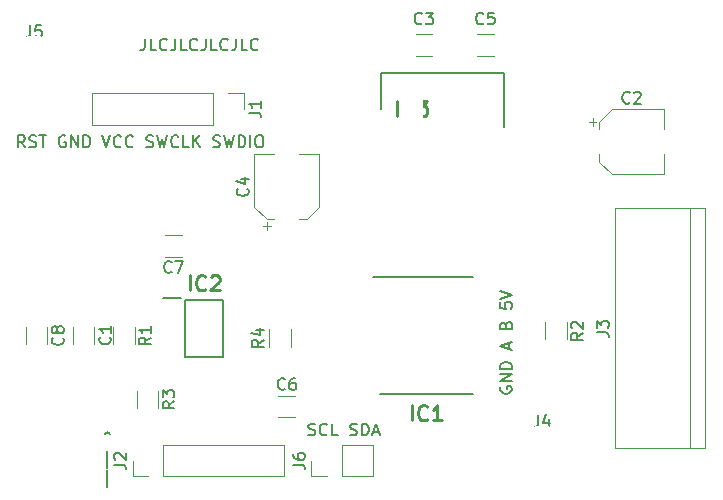
<source format=gto>
%TF.GenerationSoftware,KiCad,Pcbnew,(5.1.12)-1*%
%TF.CreationDate,2022-08-06T16:25:20+02:00*%
%TF.ProjectId,Konwerter,4b6f6e77-6572-4746-9572-2e6b69636164,rev?*%
%TF.SameCoordinates,Original*%
%TF.FileFunction,Legend,Top*%
%TF.FilePolarity,Positive*%
%FSLAX46Y46*%
G04 Gerber Fmt 4.6, Leading zero omitted, Abs format (unit mm)*
G04 Created by KiCad (PCBNEW (5.1.12)-1) date 2022-08-06 16:25:20*
%MOMM*%
%LPD*%
G01*
G04 APERTURE LIST*
%ADD10C,0.150000*%
%ADD11C,0.120000*%
%ADD12C,0.200000*%
%ADD13C,0.254000*%
%ADD14O,1.700000X1.700000*%
%ADD15R,1.700000X1.700000*%
%ADD16C,4.000000*%
%ADD17C,3.000000*%
%ADD18R,3.000000X3.000000*%
%ADD19C,1.980000*%
%ADD20R,1.980000X1.980000*%
%ADD21R,1.525000X0.650000*%
%ADD22C,1.160000*%
%ADD23R,1.160000X1.160000*%
G04 APERTURE END LIST*
D10*
X104380952Y-75252380D02*
X104380952Y-75966666D01*
X104333333Y-76109523D01*
X104238095Y-76204761D01*
X104095238Y-76252380D01*
X104000000Y-76252380D01*
X105333333Y-76252380D02*
X104857142Y-76252380D01*
X104857142Y-75252380D01*
X106238095Y-76157142D02*
X106190476Y-76204761D01*
X106047619Y-76252380D01*
X105952380Y-76252380D01*
X105809523Y-76204761D01*
X105714285Y-76109523D01*
X105666666Y-76014285D01*
X105619047Y-75823809D01*
X105619047Y-75680952D01*
X105666666Y-75490476D01*
X105714285Y-75395238D01*
X105809523Y-75300000D01*
X105952380Y-75252380D01*
X106047619Y-75252380D01*
X106190476Y-75300000D01*
X106238095Y-75347619D01*
X106952380Y-75252380D02*
X106952380Y-75966666D01*
X106904761Y-76109523D01*
X106809523Y-76204761D01*
X106666666Y-76252380D01*
X106571428Y-76252380D01*
X107904761Y-76252380D02*
X107428571Y-76252380D01*
X107428571Y-75252380D01*
X108809523Y-76157142D02*
X108761904Y-76204761D01*
X108619047Y-76252380D01*
X108523809Y-76252380D01*
X108380952Y-76204761D01*
X108285714Y-76109523D01*
X108238095Y-76014285D01*
X108190476Y-75823809D01*
X108190476Y-75680952D01*
X108238095Y-75490476D01*
X108285714Y-75395238D01*
X108380952Y-75300000D01*
X108523809Y-75252380D01*
X108619047Y-75252380D01*
X108761904Y-75300000D01*
X108809523Y-75347619D01*
X109523809Y-75252380D02*
X109523809Y-75966666D01*
X109476190Y-76109523D01*
X109380952Y-76204761D01*
X109238095Y-76252380D01*
X109142857Y-76252380D01*
X110476190Y-76252380D02*
X110000000Y-76252380D01*
X110000000Y-75252380D01*
X111380952Y-76157142D02*
X111333333Y-76204761D01*
X111190476Y-76252380D01*
X111095238Y-76252380D01*
X110952380Y-76204761D01*
X110857142Y-76109523D01*
X110809523Y-76014285D01*
X110761904Y-75823809D01*
X110761904Y-75680952D01*
X110809523Y-75490476D01*
X110857142Y-75395238D01*
X110952380Y-75300000D01*
X111095238Y-75252380D01*
X111190476Y-75252380D01*
X111333333Y-75300000D01*
X111380952Y-75347619D01*
X112095238Y-75252380D02*
X112095238Y-75966666D01*
X112047619Y-76109523D01*
X111952380Y-76204761D01*
X111809523Y-76252380D01*
X111714285Y-76252380D01*
X113047619Y-76252380D02*
X112571428Y-76252380D01*
X112571428Y-75252380D01*
X113952380Y-76157142D02*
X113904761Y-76204761D01*
X113761904Y-76252380D01*
X113666666Y-76252380D01*
X113523809Y-76204761D01*
X113428571Y-76109523D01*
X113380952Y-76014285D01*
X113333333Y-75823809D01*
X113333333Y-75680952D01*
X113380952Y-75490476D01*
X113428571Y-75395238D01*
X113523809Y-75300000D01*
X113666666Y-75252380D01*
X113761904Y-75252380D01*
X113904761Y-75300000D01*
X113952380Y-75347619D01*
X101009523Y-108697619D02*
X101200000Y-108554761D01*
X101390476Y-108697619D01*
X101200000Y-111585714D02*
X101200000Y-110157142D01*
X101200000Y-113235714D02*
X101200000Y-111807142D01*
X118223809Y-108804761D02*
X118366666Y-108852380D01*
X118604761Y-108852380D01*
X118700000Y-108804761D01*
X118747619Y-108757142D01*
X118795238Y-108661904D01*
X118795238Y-108566666D01*
X118747619Y-108471428D01*
X118700000Y-108423809D01*
X118604761Y-108376190D01*
X118414285Y-108328571D01*
X118319047Y-108280952D01*
X118271428Y-108233333D01*
X118223809Y-108138095D01*
X118223809Y-108042857D01*
X118271428Y-107947619D01*
X118319047Y-107900000D01*
X118414285Y-107852380D01*
X118652380Y-107852380D01*
X118795238Y-107900000D01*
X119795238Y-108757142D02*
X119747619Y-108804761D01*
X119604761Y-108852380D01*
X119509523Y-108852380D01*
X119366666Y-108804761D01*
X119271428Y-108709523D01*
X119223809Y-108614285D01*
X119176190Y-108423809D01*
X119176190Y-108280952D01*
X119223809Y-108090476D01*
X119271428Y-107995238D01*
X119366666Y-107900000D01*
X119509523Y-107852380D01*
X119604761Y-107852380D01*
X119747619Y-107900000D01*
X119795238Y-107947619D01*
X120700000Y-108852380D02*
X120223809Y-108852380D01*
X120223809Y-107852380D01*
X121747619Y-108804761D02*
X121890476Y-108852380D01*
X122128571Y-108852380D01*
X122223809Y-108804761D01*
X122271428Y-108757142D01*
X122319047Y-108661904D01*
X122319047Y-108566666D01*
X122271428Y-108471428D01*
X122223809Y-108423809D01*
X122128571Y-108376190D01*
X121938095Y-108328571D01*
X121842857Y-108280952D01*
X121795238Y-108233333D01*
X121747619Y-108138095D01*
X121747619Y-108042857D01*
X121795238Y-107947619D01*
X121842857Y-107900000D01*
X121938095Y-107852380D01*
X122176190Y-107852380D01*
X122319047Y-107900000D01*
X122747619Y-108852380D02*
X122747619Y-107852380D01*
X122985714Y-107852380D01*
X123128571Y-107900000D01*
X123223809Y-107995238D01*
X123271428Y-108090476D01*
X123319047Y-108280952D01*
X123319047Y-108423809D01*
X123271428Y-108614285D01*
X123223809Y-108709523D01*
X123128571Y-108804761D01*
X122985714Y-108852380D01*
X122747619Y-108852380D01*
X123700000Y-108566666D02*
X124176190Y-108566666D01*
X123604761Y-108852380D02*
X123938095Y-107852380D01*
X124271428Y-108852380D01*
X134500000Y-104738095D02*
X134452380Y-104833333D01*
X134452380Y-104976190D01*
X134500000Y-105119047D01*
X134595238Y-105214285D01*
X134690476Y-105261904D01*
X134880952Y-105309523D01*
X135023809Y-105309523D01*
X135214285Y-105261904D01*
X135309523Y-105214285D01*
X135404761Y-105119047D01*
X135452380Y-104976190D01*
X135452380Y-104880952D01*
X135404761Y-104738095D01*
X135357142Y-104690476D01*
X135023809Y-104690476D01*
X135023809Y-104880952D01*
X135452380Y-104261904D02*
X134452380Y-104261904D01*
X135452380Y-103690476D01*
X134452380Y-103690476D01*
X135452380Y-103214285D02*
X134452380Y-103214285D01*
X134452380Y-102976190D01*
X134500000Y-102833333D01*
X134595238Y-102738095D01*
X134690476Y-102690476D01*
X134880952Y-102642857D01*
X135023809Y-102642857D01*
X135214285Y-102690476D01*
X135309523Y-102738095D01*
X135404761Y-102833333D01*
X135452380Y-102976190D01*
X135452380Y-103214285D01*
X135166666Y-101500000D02*
X135166666Y-101023809D01*
X135452380Y-101595238D02*
X134452380Y-101261904D01*
X135452380Y-100928571D01*
X134928571Y-99500000D02*
X134976190Y-99357142D01*
X135023809Y-99309523D01*
X135119047Y-99261904D01*
X135261904Y-99261904D01*
X135357142Y-99309523D01*
X135404761Y-99357142D01*
X135452380Y-99452380D01*
X135452380Y-99833333D01*
X134452380Y-99833333D01*
X134452380Y-99500000D01*
X134500000Y-99404761D01*
X134547619Y-99357142D01*
X134642857Y-99309523D01*
X134738095Y-99309523D01*
X134833333Y-99357142D01*
X134880952Y-99404761D01*
X134928571Y-99500000D01*
X134928571Y-99833333D01*
X134452380Y-97595238D02*
X134452380Y-98071428D01*
X134928571Y-98119047D01*
X134880952Y-98071428D01*
X134833333Y-97976190D01*
X134833333Y-97738095D01*
X134880952Y-97642857D01*
X134928571Y-97595238D01*
X135023809Y-97547619D01*
X135261904Y-97547619D01*
X135357142Y-97595238D01*
X135404761Y-97642857D01*
X135452380Y-97738095D01*
X135452380Y-97976190D01*
X135404761Y-98071428D01*
X135357142Y-98119047D01*
X134452380Y-97261904D02*
X135452380Y-96928571D01*
X134452380Y-96595238D01*
X94214285Y-84452380D02*
X93880952Y-83976190D01*
X93642857Y-84452380D02*
X93642857Y-83452380D01*
X94023809Y-83452380D01*
X94119047Y-83500000D01*
X94166666Y-83547619D01*
X94214285Y-83642857D01*
X94214285Y-83785714D01*
X94166666Y-83880952D01*
X94119047Y-83928571D01*
X94023809Y-83976190D01*
X93642857Y-83976190D01*
X94595238Y-84404761D02*
X94738095Y-84452380D01*
X94976190Y-84452380D01*
X95071428Y-84404761D01*
X95119047Y-84357142D01*
X95166666Y-84261904D01*
X95166666Y-84166666D01*
X95119047Y-84071428D01*
X95071428Y-84023809D01*
X94976190Y-83976190D01*
X94785714Y-83928571D01*
X94690476Y-83880952D01*
X94642857Y-83833333D01*
X94595238Y-83738095D01*
X94595238Y-83642857D01*
X94642857Y-83547619D01*
X94690476Y-83500000D01*
X94785714Y-83452380D01*
X95023809Y-83452380D01*
X95166666Y-83500000D01*
X95452380Y-83452380D02*
X96023809Y-83452380D01*
X95738095Y-84452380D02*
X95738095Y-83452380D01*
X97642857Y-83500000D02*
X97547619Y-83452380D01*
X97404761Y-83452380D01*
X97261904Y-83500000D01*
X97166666Y-83595238D01*
X97119047Y-83690476D01*
X97071428Y-83880952D01*
X97071428Y-84023809D01*
X97119047Y-84214285D01*
X97166666Y-84309523D01*
X97261904Y-84404761D01*
X97404761Y-84452380D01*
X97500000Y-84452380D01*
X97642857Y-84404761D01*
X97690476Y-84357142D01*
X97690476Y-84023809D01*
X97500000Y-84023809D01*
X98119047Y-84452380D02*
X98119047Y-83452380D01*
X98690476Y-84452380D01*
X98690476Y-83452380D01*
X99166666Y-84452380D02*
X99166666Y-83452380D01*
X99404761Y-83452380D01*
X99547619Y-83500000D01*
X99642857Y-83595238D01*
X99690476Y-83690476D01*
X99738095Y-83880952D01*
X99738095Y-84023809D01*
X99690476Y-84214285D01*
X99642857Y-84309523D01*
X99547619Y-84404761D01*
X99404761Y-84452380D01*
X99166666Y-84452380D01*
X100785714Y-83452380D02*
X101119047Y-84452380D01*
X101452380Y-83452380D01*
X102357142Y-84357142D02*
X102309523Y-84404761D01*
X102166666Y-84452380D01*
X102071428Y-84452380D01*
X101928571Y-84404761D01*
X101833333Y-84309523D01*
X101785714Y-84214285D01*
X101738095Y-84023809D01*
X101738095Y-83880952D01*
X101785714Y-83690476D01*
X101833333Y-83595238D01*
X101928571Y-83500000D01*
X102071428Y-83452380D01*
X102166666Y-83452380D01*
X102309523Y-83500000D01*
X102357142Y-83547619D01*
X103357142Y-84357142D02*
X103309523Y-84404761D01*
X103166666Y-84452380D01*
X103071428Y-84452380D01*
X102928571Y-84404761D01*
X102833333Y-84309523D01*
X102785714Y-84214285D01*
X102738095Y-84023809D01*
X102738095Y-83880952D01*
X102785714Y-83690476D01*
X102833333Y-83595238D01*
X102928571Y-83500000D01*
X103071428Y-83452380D01*
X103166666Y-83452380D01*
X103309523Y-83500000D01*
X103357142Y-83547619D01*
X104500000Y-84404761D02*
X104642857Y-84452380D01*
X104880952Y-84452380D01*
X104976190Y-84404761D01*
X105023809Y-84357142D01*
X105071428Y-84261904D01*
X105071428Y-84166666D01*
X105023809Y-84071428D01*
X104976190Y-84023809D01*
X104880952Y-83976190D01*
X104690476Y-83928571D01*
X104595238Y-83880952D01*
X104547619Y-83833333D01*
X104500000Y-83738095D01*
X104500000Y-83642857D01*
X104547619Y-83547619D01*
X104595238Y-83500000D01*
X104690476Y-83452380D01*
X104928571Y-83452380D01*
X105071428Y-83500000D01*
X105404761Y-83452380D02*
X105642857Y-84452380D01*
X105833333Y-83738095D01*
X106023809Y-84452380D01*
X106261904Y-83452380D01*
X107214285Y-84357142D02*
X107166666Y-84404761D01*
X107023809Y-84452380D01*
X106928571Y-84452380D01*
X106785714Y-84404761D01*
X106690476Y-84309523D01*
X106642857Y-84214285D01*
X106595238Y-84023809D01*
X106595238Y-83880952D01*
X106642857Y-83690476D01*
X106690476Y-83595238D01*
X106785714Y-83500000D01*
X106928571Y-83452380D01*
X107023809Y-83452380D01*
X107166666Y-83500000D01*
X107214285Y-83547619D01*
X108119047Y-84452380D02*
X107642857Y-84452380D01*
X107642857Y-83452380D01*
X108452380Y-84452380D02*
X108452380Y-83452380D01*
X109023809Y-84452380D02*
X108595238Y-83880952D01*
X109023809Y-83452380D02*
X108452380Y-84023809D01*
X110166666Y-84404761D02*
X110309523Y-84452380D01*
X110547619Y-84452380D01*
X110642857Y-84404761D01*
X110690476Y-84357142D01*
X110738095Y-84261904D01*
X110738095Y-84166666D01*
X110690476Y-84071428D01*
X110642857Y-84023809D01*
X110547619Y-83976190D01*
X110357142Y-83928571D01*
X110261904Y-83880952D01*
X110214285Y-83833333D01*
X110166666Y-83738095D01*
X110166666Y-83642857D01*
X110214285Y-83547619D01*
X110261904Y-83500000D01*
X110357142Y-83452380D01*
X110595238Y-83452380D01*
X110738095Y-83500000D01*
X111071428Y-83452380D02*
X111309523Y-84452380D01*
X111500000Y-83738095D01*
X111690476Y-84452380D01*
X111928571Y-83452380D01*
X112309523Y-84452380D02*
X112309523Y-83452380D01*
X112547619Y-83452380D01*
X112690476Y-83500000D01*
X112785714Y-83595238D01*
X112833333Y-83690476D01*
X112880952Y-83880952D01*
X112880952Y-84023809D01*
X112833333Y-84214285D01*
X112785714Y-84309523D01*
X112690476Y-84404761D01*
X112547619Y-84452380D01*
X112309523Y-84452380D01*
X113309523Y-84452380D02*
X113309523Y-83452380D01*
X113976190Y-83452380D02*
X114166666Y-83452380D01*
X114261904Y-83500000D01*
X114357142Y-83595238D01*
X114404761Y-83785714D01*
X114404761Y-84119047D01*
X114357142Y-84309523D01*
X114261904Y-84404761D01*
X114166666Y-84452380D01*
X113976190Y-84452380D01*
X113880952Y-84404761D01*
X113785714Y-84309523D01*
X113738095Y-84119047D01*
X113738095Y-83785714D01*
X113785714Y-83595238D01*
X113880952Y-83500000D01*
X113976190Y-83452380D01*
D11*
X118470000Y-112330000D02*
X118470000Y-111000000D01*
X119800000Y-112330000D02*
X118470000Y-112330000D01*
X121070000Y-112330000D02*
X121070000Y-109670000D01*
X121070000Y-109670000D02*
X123670000Y-109670000D01*
X121070000Y-112330000D02*
X123670000Y-112330000D01*
X123670000Y-112330000D02*
X123670000Y-109670000D01*
X93670000Y-75670000D02*
X95000000Y-75670000D01*
X93670000Y-77000000D02*
X93670000Y-75670000D01*
X93670000Y-78270000D02*
X96330000Y-78270000D01*
X96330000Y-78270000D02*
X96330000Y-78330000D01*
X93670000Y-78270000D02*
X93670000Y-78330000D01*
X93670000Y-78330000D02*
X96330000Y-78330000D01*
X136670000Y-108670000D02*
X138000000Y-108670000D01*
X136670000Y-110000000D02*
X136670000Y-108670000D01*
X136670000Y-111270000D02*
X139330000Y-111270000D01*
X139330000Y-111270000D02*
X139330000Y-111330000D01*
X136670000Y-111270000D02*
X136670000Y-111330000D01*
X136670000Y-111330000D02*
X139330000Y-111330000D01*
X116710000Y-101327064D02*
X116710000Y-99872936D01*
X114890000Y-101327064D02*
X114890000Y-99872936D01*
X103690000Y-105072936D02*
X103690000Y-106527064D01*
X105510000Y-105072936D02*
X105510000Y-106527064D01*
X138290000Y-99272936D02*
X138290000Y-100727064D01*
X140110000Y-99272936D02*
X140110000Y-100727064D01*
X101690000Y-99672936D02*
X101690000Y-101127064D01*
X103510000Y-99672936D02*
X103510000Y-101127064D01*
X151810000Y-109940000D02*
X151810000Y-89620000D01*
X144190000Y-109940000D02*
X144190000Y-89620000D01*
X150540000Y-89620000D02*
X150540000Y-109940000D01*
X151810000Y-89620000D02*
X144190000Y-89620000D01*
X144190000Y-109940000D02*
X151810000Y-109940000D01*
X103330000Y-112330000D02*
X103330000Y-111000000D01*
X104660000Y-112330000D02*
X103330000Y-112330000D01*
X105930000Y-112330000D02*
X105930000Y-109670000D01*
X105930000Y-109670000D02*
X116150000Y-109670000D01*
X105930000Y-112330000D02*
X116150000Y-112330000D01*
X116150000Y-112330000D02*
X116150000Y-109670000D01*
X112730000Y-79870000D02*
X112730000Y-81200000D01*
X111400000Y-79870000D02*
X112730000Y-79870000D01*
X110130000Y-79870000D02*
X110130000Y-82530000D01*
X110130000Y-82530000D02*
X99910000Y-82530000D01*
X110130000Y-79870000D02*
X99910000Y-79870000D01*
X99910000Y-79870000D02*
X99910000Y-82530000D01*
D12*
X124350000Y-78130000D02*
X124350000Y-81200000D01*
X134750000Y-78130000D02*
X124350000Y-78130000D01*
X134750000Y-82730000D02*
X134750000Y-78130000D01*
X105925000Y-97220000D02*
X107450000Y-97220000D01*
X107800000Y-102250000D02*
X107800000Y-97350000D01*
X111000000Y-102250000D02*
X107800000Y-102250000D01*
X111000000Y-97350000D02*
X111000000Y-102250000D01*
X107800000Y-97350000D02*
X111000000Y-97350000D01*
X124265000Y-105355000D02*
X132135000Y-105355000D01*
X123650000Y-95445000D02*
X132135000Y-95445000D01*
D11*
X94290000Y-99688748D02*
X94290000Y-101111252D01*
X96110000Y-99688748D02*
X96110000Y-101111252D01*
X107511252Y-91890000D02*
X106088748Y-91890000D01*
X107511252Y-93710000D02*
X106088748Y-93710000D01*
X115688748Y-107310000D02*
X117111252Y-107310000D01*
X115688748Y-105490000D02*
X117111252Y-105490000D01*
X133911252Y-74890000D02*
X132488748Y-74890000D01*
X133911252Y-76710000D02*
X132488748Y-76710000D01*
X114402500Y-91112500D02*
X115027500Y-91112500D01*
X114715000Y-91425000D02*
X114715000Y-90800000D01*
X118095563Y-90560000D02*
X119160000Y-89495563D01*
X114704437Y-90560000D02*
X113640000Y-89495563D01*
X114704437Y-90560000D02*
X115340000Y-90560000D01*
X118095563Y-90560000D02*
X117460000Y-90560000D01*
X119160000Y-89495563D02*
X119160000Y-85040000D01*
X113640000Y-89495563D02*
X113640000Y-85040000D01*
X113640000Y-85040000D02*
X115340000Y-85040000D01*
X119160000Y-85040000D02*
X117460000Y-85040000D01*
X127288748Y-76710000D02*
X128711252Y-76710000D01*
X127288748Y-74890000D02*
X128711252Y-74890000D01*
X142287500Y-82002500D02*
X142287500Y-82627500D01*
X141975000Y-82315000D02*
X142600000Y-82315000D01*
X142840000Y-85695563D02*
X143904437Y-86760000D01*
X142840000Y-82304437D02*
X143904437Y-81240000D01*
X142840000Y-82304437D02*
X142840000Y-82940000D01*
X142840000Y-85695563D02*
X142840000Y-85060000D01*
X143904437Y-86760000D02*
X148360000Y-86760000D01*
X143904437Y-81240000D02*
X148360000Y-81240000D01*
X148360000Y-81240000D02*
X148360000Y-82940000D01*
X148360000Y-86760000D02*
X148360000Y-85060000D01*
X98290000Y-99651248D02*
X98290000Y-101073752D01*
X100110000Y-99651248D02*
X100110000Y-101073752D01*
D10*
X116922380Y-111333333D02*
X117636666Y-111333333D01*
X117779523Y-111380952D01*
X117874761Y-111476190D01*
X117922380Y-111619047D01*
X117922380Y-111714285D01*
X116922380Y-110428571D02*
X116922380Y-110619047D01*
X116970000Y-110714285D01*
X117017619Y-110761904D01*
X117160476Y-110857142D01*
X117350952Y-110904761D01*
X117731904Y-110904761D01*
X117827142Y-110857142D01*
X117874761Y-110809523D01*
X117922380Y-110714285D01*
X117922380Y-110523809D01*
X117874761Y-110428571D01*
X117827142Y-110380952D01*
X117731904Y-110333333D01*
X117493809Y-110333333D01*
X117398571Y-110380952D01*
X117350952Y-110428571D01*
X117303333Y-110523809D01*
X117303333Y-110714285D01*
X117350952Y-110809523D01*
X117398571Y-110857142D01*
X117493809Y-110904761D01*
X94666666Y-74122380D02*
X94666666Y-74836666D01*
X94619047Y-74979523D01*
X94523809Y-75074761D01*
X94380952Y-75122380D01*
X94285714Y-75122380D01*
X95619047Y-74122380D02*
X95142857Y-74122380D01*
X95095238Y-74598571D01*
X95142857Y-74550952D01*
X95238095Y-74503333D01*
X95476190Y-74503333D01*
X95571428Y-74550952D01*
X95619047Y-74598571D01*
X95666666Y-74693809D01*
X95666666Y-74931904D01*
X95619047Y-75027142D01*
X95571428Y-75074761D01*
X95476190Y-75122380D01*
X95238095Y-75122380D01*
X95142857Y-75074761D01*
X95095238Y-75027142D01*
X137666666Y-107122380D02*
X137666666Y-107836666D01*
X137619047Y-107979523D01*
X137523809Y-108074761D01*
X137380952Y-108122380D01*
X137285714Y-108122380D01*
X138571428Y-107455714D02*
X138571428Y-108122380D01*
X138333333Y-107074761D02*
X138095238Y-107789047D01*
X138714285Y-107789047D01*
X114432380Y-100766666D02*
X113956190Y-101100000D01*
X114432380Y-101338095D02*
X113432380Y-101338095D01*
X113432380Y-100957142D01*
X113480000Y-100861904D01*
X113527619Y-100814285D01*
X113622857Y-100766666D01*
X113765714Y-100766666D01*
X113860952Y-100814285D01*
X113908571Y-100861904D01*
X113956190Y-100957142D01*
X113956190Y-101338095D01*
X113765714Y-99909523D02*
X114432380Y-99909523D01*
X113384761Y-100147619D02*
X114099047Y-100385714D01*
X114099047Y-99766666D01*
X106872380Y-105966666D02*
X106396190Y-106300000D01*
X106872380Y-106538095D02*
X105872380Y-106538095D01*
X105872380Y-106157142D01*
X105920000Y-106061904D01*
X105967619Y-106014285D01*
X106062857Y-105966666D01*
X106205714Y-105966666D01*
X106300952Y-106014285D01*
X106348571Y-106061904D01*
X106396190Y-106157142D01*
X106396190Y-106538095D01*
X105872380Y-105633333D02*
X105872380Y-105014285D01*
X106253333Y-105347619D01*
X106253333Y-105204761D01*
X106300952Y-105109523D01*
X106348571Y-105061904D01*
X106443809Y-105014285D01*
X106681904Y-105014285D01*
X106777142Y-105061904D01*
X106824761Y-105109523D01*
X106872380Y-105204761D01*
X106872380Y-105490476D01*
X106824761Y-105585714D01*
X106777142Y-105633333D01*
X141472380Y-100166666D02*
X140996190Y-100500000D01*
X141472380Y-100738095D02*
X140472380Y-100738095D01*
X140472380Y-100357142D01*
X140520000Y-100261904D01*
X140567619Y-100214285D01*
X140662857Y-100166666D01*
X140805714Y-100166666D01*
X140900952Y-100214285D01*
X140948571Y-100261904D01*
X140996190Y-100357142D01*
X140996190Y-100738095D01*
X140567619Y-99785714D02*
X140520000Y-99738095D01*
X140472380Y-99642857D01*
X140472380Y-99404761D01*
X140520000Y-99309523D01*
X140567619Y-99261904D01*
X140662857Y-99214285D01*
X140758095Y-99214285D01*
X140900952Y-99261904D01*
X141472380Y-99833333D01*
X141472380Y-99214285D01*
X104872380Y-100566666D02*
X104396190Y-100900000D01*
X104872380Y-101138095D02*
X103872380Y-101138095D01*
X103872380Y-100757142D01*
X103920000Y-100661904D01*
X103967619Y-100614285D01*
X104062857Y-100566666D01*
X104205714Y-100566666D01*
X104300952Y-100614285D01*
X104348571Y-100661904D01*
X104396190Y-100757142D01*
X104396190Y-101138095D01*
X104872380Y-99614285D02*
X104872380Y-100185714D01*
X104872380Y-99900000D02*
X103872380Y-99900000D01*
X104015238Y-99995238D01*
X104110476Y-100090476D01*
X104158095Y-100185714D01*
X142652380Y-100133333D02*
X143366666Y-100133333D01*
X143509523Y-100180952D01*
X143604761Y-100276190D01*
X143652380Y-100419047D01*
X143652380Y-100514285D01*
X142652380Y-99752380D02*
X142652380Y-99133333D01*
X143033333Y-99466666D01*
X143033333Y-99323809D01*
X143080952Y-99228571D01*
X143128571Y-99180952D01*
X143223809Y-99133333D01*
X143461904Y-99133333D01*
X143557142Y-99180952D01*
X143604761Y-99228571D01*
X143652380Y-99323809D01*
X143652380Y-99609523D01*
X143604761Y-99704761D01*
X143557142Y-99752380D01*
X101782380Y-111333333D02*
X102496666Y-111333333D01*
X102639523Y-111380952D01*
X102734761Y-111476190D01*
X102782380Y-111619047D01*
X102782380Y-111714285D01*
X101877619Y-110904761D02*
X101830000Y-110857142D01*
X101782380Y-110761904D01*
X101782380Y-110523809D01*
X101830000Y-110428571D01*
X101877619Y-110380952D01*
X101972857Y-110333333D01*
X102068095Y-110333333D01*
X102210952Y-110380952D01*
X102782380Y-110952380D01*
X102782380Y-110333333D01*
X113182380Y-81533333D02*
X113896666Y-81533333D01*
X114039523Y-81580952D01*
X114134761Y-81676190D01*
X114182380Y-81819047D01*
X114182380Y-81914285D01*
X114182380Y-80533333D02*
X114182380Y-81104761D01*
X114182380Y-80819047D02*
X113182380Y-80819047D01*
X113325238Y-80914285D01*
X113420476Y-81009523D01*
X113468095Y-81104761D01*
D13*
X125760238Y-81774523D02*
X125760238Y-80504523D01*
X127090714Y-81653571D02*
X127030238Y-81714047D01*
X126848809Y-81774523D01*
X126727857Y-81774523D01*
X126546428Y-81714047D01*
X126425476Y-81593095D01*
X126365000Y-81472142D01*
X126304523Y-81230238D01*
X126304523Y-81048809D01*
X126365000Y-80806904D01*
X126425476Y-80685952D01*
X126546428Y-80565000D01*
X126727857Y-80504523D01*
X126848809Y-80504523D01*
X127030238Y-80565000D01*
X127090714Y-80625476D01*
X127514047Y-80504523D02*
X128300238Y-80504523D01*
X127876904Y-80988333D01*
X128058333Y-80988333D01*
X128179285Y-81048809D01*
X128239761Y-81109285D01*
X128300238Y-81230238D01*
X128300238Y-81532619D01*
X128239761Y-81653571D01*
X128179285Y-81714047D01*
X128058333Y-81774523D01*
X127695476Y-81774523D01*
X127574523Y-81714047D01*
X127514047Y-81653571D01*
X108160238Y-96574523D02*
X108160238Y-95304523D01*
X109490714Y-96453571D02*
X109430238Y-96514047D01*
X109248809Y-96574523D01*
X109127857Y-96574523D01*
X108946428Y-96514047D01*
X108825476Y-96393095D01*
X108765000Y-96272142D01*
X108704523Y-96030238D01*
X108704523Y-95848809D01*
X108765000Y-95606904D01*
X108825476Y-95485952D01*
X108946428Y-95365000D01*
X109127857Y-95304523D01*
X109248809Y-95304523D01*
X109430238Y-95365000D01*
X109490714Y-95425476D01*
X109974523Y-95425476D02*
X110035000Y-95365000D01*
X110155952Y-95304523D01*
X110458333Y-95304523D01*
X110579285Y-95365000D01*
X110639761Y-95425476D01*
X110700238Y-95546428D01*
X110700238Y-95667380D01*
X110639761Y-95848809D01*
X109914047Y-96574523D01*
X110700238Y-96574523D01*
X126960238Y-107574523D02*
X126960238Y-106304523D01*
X128290714Y-107453571D02*
X128230238Y-107514047D01*
X128048809Y-107574523D01*
X127927857Y-107574523D01*
X127746428Y-107514047D01*
X127625476Y-107393095D01*
X127565000Y-107272142D01*
X127504523Y-107030238D01*
X127504523Y-106848809D01*
X127565000Y-106606904D01*
X127625476Y-106485952D01*
X127746428Y-106365000D01*
X127927857Y-106304523D01*
X128048809Y-106304523D01*
X128230238Y-106365000D01*
X128290714Y-106425476D01*
X129500238Y-107574523D02*
X128774523Y-107574523D01*
X129137380Y-107574523D02*
X129137380Y-106304523D01*
X129016428Y-106485952D01*
X128895476Y-106606904D01*
X128774523Y-106667380D01*
D10*
X97407142Y-100566666D02*
X97454761Y-100614285D01*
X97502380Y-100757142D01*
X97502380Y-100852380D01*
X97454761Y-100995238D01*
X97359523Y-101090476D01*
X97264285Y-101138095D01*
X97073809Y-101185714D01*
X96930952Y-101185714D01*
X96740476Y-101138095D01*
X96645238Y-101090476D01*
X96550000Y-100995238D01*
X96502380Y-100852380D01*
X96502380Y-100757142D01*
X96550000Y-100614285D01*
X96597619Y-100566666D01*
X96930952Y-99995238D02*
X96883333Y-100090476D01*
X96835714Y-100138095D01*
X96740476Y-100185714D01*
X96692857Y-100185714D01*
X96597619Y-100138095D01*
X96550000Y-100090476D01*
X96502380Y-99995238D01*
X96502380Y-99804761D01*
X96550000Y-99709523D01*
X96597619Y-99661904D01*
X96692857Y-99614285D01*
X96740476Y-99614285D01*
X96835714Y-99661904D01*
X96883333Y-99709523D01*
X96930952Y-99804761D01*
X96930952Y-99995238D01*
X96978571Y-100090476D01*
X97026190Y-100138095D01*
X97121428Y-100185714D01*
X97311904Y-100185714D01*
X97407142Y-100138095D01*
X97454761Y-100090476D01*
X97502380Y-99995238D01*
X97502380Y-99804761D01*
X97454761Y-99709523D01*
X97407142Y-99661904D01*
X97311904Y-99614285D01*
X97121428Y-99614285D01*
X97026190Y-99661904D01*
X96978571Y-99709523D01*
X96930952Y-99804761D01*
X106633333Y-95007142D02*
X106585714Y-95054761D01*
X106442857Y-95102380D01*
X106347619Y-95102380D01*
X106204761Y-95054761D01*
X106109523Y-94959523D01*
X106061904Y-94864285D01*
X106014285Y-94673809D01*
X106014285Y-94530952D01*
X106061904Y-94340476D01*
X106109523Y-94245238D01*
X106204761Y-94150000D01*
X106347619Y-94102380D01*
X106442857Y-94102380D01*
X106585714Y-94150000D01*
X106633333Y-94197619D01*
X106966666Y-94102380D02*
X107633333Y-94102380D01*
X107204761Y-95102380D01*
X116233333Y-104907142D02*
X116185714Y-104954761D01*
X116042857Y-105002380D01*
X115947619Y-105002380D01*
X115804761Y-104954761D01*
X115709523Y-104859523D01*
X115661904Y-104764285D01*
X115614285Y-104573809D01*
X115614285Y-104430952D01*
X115661904Y-104240476D01*
X115709523Y-104145238D01*
X115804761Y-104050000D01*
X115947619Y-104002380D01*
X116042857Y-104002380D01*
X116185714Y-104050000D01*
X116233333Y-104097619D01*
X117090476Y-104002380D02*
X116900000Y-104002380D01*
X116804761Y-104050000D01*
X116757142Y-104097619D01*
X116661904Y-104240476D01*
X116614285Y-104430952D01*
X116614285Y-104811904D01*
X116661904Y-104907142D01*
X116709523Y-104954761D01*
X116804761Y-105002380D01*
X116995238Y-105002380D01*
X117090476Y-104954761D01*
X117138095Y-104907142D01*
X117185714Y-104811904D01*
X117185714Y-104573809D01*
X117138095Y-104478571D01*
X117090476Y-104430952D01*
X116995238Y-104383333D01*
X116804761Y-104383333D01*
X116709523Y-104430952D01*
X116661904Y-104478571D01*
X116614285Y-104573809D01*
X133033333Y-73957142D02*
X132985714Y-74004761D01*
X132842857Y-74052380D01*
X132747619Y-74052380D01*
X132604761Y-74004761D01*
X132509523Y-73909523D01*
X132461904Y-73814285D01*
X132414285Y-73623809D01*
X132414285Y-73480952D01*
X132461904Y-73290476D01*
X132509523Y-73195238D01*
X132604761Y-73100000D01*
X132747619Y-73052380D01*
X132842857Y-73052380D01*
X132985714Y-73100000D01*
X133033333Y-73147619D01*
X133938095Y-73052380D02*
X133461904Y-73052380D01*
X133414285Y-73528571D01*
X133461904Y-73480952D01*
X133557142Y-73433333D01*
X133795238Y-73433333D01*
X133890476Y-73480952D01*
X133938095Y-73528571D01*
X133985714Y-73623809D01*
X133985714Y-73861904D01*
X133938095Y-73957142D01*
X133890476Y-74004761D01*
X133795238Y-74052380D01*
X133557142Y-74052380D01*
X133461904Y-74004761D01*
X133414285Y-73957142D01*
X113057142Y-87966666D02*
X113104761Y-88014285D01*
X113152380Y-88157142D01*
X113152380Y-88252380D01*
X113104761Y-88395238D01*
X113009523Y-88490476D01*
X112914285Y-88538095D01*
X112723809Y-88585714D01*
X112580952Y-88585714D01*
X112390476Y-88538095D01*
X112295238Y-88490476D01*
X112200000Y-88395238D01*
X112152380Y-88252380D01*
X112152380Y-88157142D01*
X112200000Y-88014285D01*
X112247619Y-87966666D01*
X112485714Y-87109523D02*
X113152380Y-87109523D01*
X112104761Y-87347619D02*
X112819047Y-87585714D01*
X112819047Y-86966666D01*
X127833333Y-73957142D02*
X127785714Y-74004761D01*
X127642857Y-74052380D01*
X127547619Y-74052380D01*
X127404761Y-74004761D01*
X127309523Y-73909523D01*
X127261904Y-73814285D01*
X127214285Y-73623809D01*
X127214285Y-73480952D01*
X127261904Y-73290476D01*
X127309523Y-73195238D01*
X127404761Y-73100000D01*
X127547619Y-73052380D01*
X127642857Y-73052380D01*
X127785714Y-73100000D01*
X127833333Y-73147619D01*
X128166666Y-73052380D02*
X128785714Y-73052380D01*
X128452380Y-73433333D01*
X128595238Y-73433333D01*
X128690476Y-73480952D01*
X128738095Y-73528571D01*
X128785714Y-73623809D01*
X128785714Y-73861904D01*
X128738095Y-73957142D01*
X128690476Y-74004761D01*
X128595238Y-74052380D01*
X128309523Y-74052380D01*
X128214285Y-74004761D01*
X128166666Y-73957142D01*
X145433333Y-80657142D02*
X145385714Y-80704761D01*
X145242857Y-80752380D01*
X145147619Y-80752380D01*
X145004761Y-80704761D01*
X144909523Y-80609523D01*
X144861904Y-80514285D01*
X144814285Y-80323809D01*
X144814285Y-80180952D01*
X144861904Y-79990476D01*
X144909523Y-79895238D01*
X145004761Y-79800000D01*
X145147619Y-79752380D01*
X145242857Y-79752380D01*
X145385714Y-79800000D01*
X145433333Y-79847619D01*
X145814285Y-79847619D02*
X145861904Y-79800000D01*
X145957142Y-79752380D01*
X146195238Y-79752380D01*
X146290476Y-79800000D01*
X146338095Y-79847619D01*
X146385714Y-79942857D01*
X146385714Y-80038095D01*
X146338095Y-80180952D01*
X145766666Y-80752380D01*
X146385714Y-80752380D01*
X101407142Y-100529166D02*
X101454761Y-100576785D01*
X101502380Y-100719642D01*
X101502380Y-100814880D01*
X101454761Y-100957738D01*
X101359523Y-101052976D01*
X101264285Y-101100595D01*
X101073809Y-101148214D01*
X100930952Y-101148214D01*
X100740476Y-101100595D01*
X100645238Y-101052976D01*
X100550000Y-100957738D01*
X100502380Y-100814880D01*
X100502380Y-100719642D01*
X100550000Y-100576785D01*
X100597619Y-100529166D01*
X101502380Y-99576785D02*
X101502380Y-100148214D01*
X101502380Y-99862500D02*
X100502380Y-99862500D01*
X100645238Y-99957738D01*
X100740476Y-100052976D01*
X100788095Y-100148214D01*
%LPC*%
D14*
X122340000Y-111000000D03*
D15*
X119800000Y-111000000D03*
D16*
X95000000Y-77000000D03*
X138000000Y-110000000D03*
G36*
G01*
X116425001Y-99700000D02*
X115174999Y-99700000D01*
G75*
G02*
X114925000Y-99450001I0J249999D01*
G01*
X114925000Y-98649999D01*
G75*
G02*
X115174999Y-98400000I249999J0D01*
G01*
X116425001Y-98400000D01*
G75*
G02*
X116675000Y-98649999I0J-249999D01*
G01*
X116675000Y-99450001D01*
G75*
G02*
X116425001Y-99700000I-249999J0D01*
G01*
G37*
G36*
G01*
X116425001Y-102800000D02*
X115174999Y-102800000D01*
G75*
G02*
X114925000Y-102550001I0J249999D01*
G01*
X114925000Y-101749999D01*
G75*
G02*
X115174999Y-101500000I249999J0D01*
G01*
X116425001Y-101500000D01*
G75*
G02*
X116675000Y-101749999I0J-249999D01*
G01*
X116675000Y-102550001D01*
G75*
G02*
X116425001Y-102800000I-249999J0D01*
G01*
G37*
G36*
G01*
X103974999Y-106700000D02*
X105225001Y-106700000D01*
G75*
G02*
X105475000Y-106949999I0J-249999D01*
G01*
X105475000Y-107750001D01*
G75*
G02*
X105225001Y-108000000I-249999J0D01*
G01*
X103974999Y-108000000D01*
G75*
G02*
X103725000Y-107750001I0J249999D01*
G01*
X103725000Y-106949999D01*
G75*
G02*
X103974999Y-106700000I249999J0D01*
G01*
G37*
G36*
G01*
X103974999Y-103600000D02*
X105225001Y-103600000D01*
G75*
G02*
X105475000Y-103849999I0J-249999D01*
G01*
X105475000Y-104650001D01*
G75*
G02*
X105225001Y-104900000I-249999J0D01*
G01*
X103974999Y-104900000D01*
G75*
G02*
X103725000Y-104650001I0J249999D01*
G01*
X103725000Y-103849999D01*
G75*
G02*
X103974999Y-103600000I249999J0D01*
G01*
G37*
G36*
G01*
X138574999Y-100900000D02*
X139825001Y-100900000D01*
G75*
G02*
X140075000Y-101149999I0J-249999D01*
G01*
X140075000Y-101950001D01*
G75*
G02*
X139825001Y-102200000I-249999J0D01*
G01*
X138574999Y-102200000D01*
G75*
G02*
X138325000Y-101950001I0J249999D01*
G01*
X138325000Y-101149999D01*
G75*
G02*
X138574999Y-100900000I249999J0D01*
G01*
G37*
G36*
G01*
X138574999Y-97800000D02*
X139825001Y-97800000D01*
G75*
G02*
X140075000Y-98049999I0J-249999D01*
G01*
X140075000Y-98850001D01*
G75*
G02*
X139825001Y-99100000I-249999J0D01*
G01*
X138574999Y-99100000D01*
G75*
G02*
X138325000Y-98850001I0J249999D01*
G01*
X138325000Y-98049999D01*
G75*
G02*
X138574999Y-97800000I249999J0D01*
G01*
G37*
G36*
G01*
X101974999Y-101300000D02*
X103225001Y-101300000D01*
G75*
G02*
X103475000Y-101549999I0J-249999D01*
G01*
X103475000Y-102350001D01*
G75*
G02*
X103225001Y-102600000I-249999J0D01*
G01*
X101974999Y-102600000D01*
G75*
G02*
X101725000Y-102350001I0J249999D01*
G01*
X101725000Y-101549999D01*
G75*
G02*
X101974999Y-101300000I249999J0D01*
G01*
G37*
G36*
G01*
X101974999Y-98200000D02*
X103225001Y-98200000D01*
G75*
G02*
X103475000Y-98449999I0J-249999D01*
G01*
X103475000Y-99250001D01*
G75*
G02*
X103225001Y-99500000I-249999J0D01*
G01*
X101974999Y-99500000D01*
G75*
G02*
X101725000Y-99250001I0J249999D01*
G01*
X101725000Y-98449999D01*
G75*
G02*
X101974999Y-98200000I249999J0D01*
G01*
G37*
D17*
X148000000Y-92160000D03*
D18*
X148000000Y-107400000D03*
D17*
X148000000Y-97240000D03*
X148000000Y-102320000D03*
D14*
X114820000Y-111000000D03*
X112280000Y-111000000D03*
X109740000Y-111000000D03*
X107200000Y-111000000D03*
D15*
X104660000Y-111000000D03*
D14*
X101240000Y-81200000D03*
X103780000Y-81200000D03*
X106320000Y-81200000D03*
X108860000Y-81200000D03*
D15*
X111400000Y-81200000D03*
D19*
X132100000Y-81200000D03*
X129550000Y-81200000D03*
D20*
X127000000Y-81200000D03*
D21*
X112112000Y-97895000D03*
X112112000Y-99165000D03*
X112112000Y-100435000D03*
X112112000Y-101705000D03*
X106688000Y-101705000D03*
X106688000Y-100435000D03*
X106688000Y-99165000D03*
X106688000Y-97895000D03*
D22*
X132170000Y-96590000D03*
X132170000Y-99130000D03*
X132170000Y-101670000D03*
X132170000Y-104210000D03*
X124230000Y-104210000D03*
X124230000Y-101670000D03*
X124230000Y-99130000D03*
D23*
X124230000Y-96590000D03*
G36*
G01*
X94549998Y-101300000D02*
X95850002Y-101300000D01*
G75*
G02*
X96100000Y-101549998I0J-249998D01*
G01*
X96100000Y-102375002D01*
G75*
G02*
X95850002Y-102625000I-249998J0D01*
G01*
X94549998Y-102625000D01*
G75*
G02*
X94300000Y-102375002I0J249998D01*
G01*
X94300000Y-101549998D01*
G75*
G02*
X94549998Y-101300000I249998J0D01*
G01*
G37*
G36*
G01*
X94549998Y-98175000D02*
X95850002Y-98175000D01*
G75*
G02*
X96100000Y-98424998I0J-249998D01*
G01*
X96100000Y-99250002D01*
G75*
G02*
X95850002Y-99500000I-249998J0D01*
G01*
X94549998Y-99500000D01*
G75*
G02*
X94300000Y-99250002I0J249998D01*
G01*
X94300000Y-98424998D01*
G75*
G02*
X94549998Y-98175000I249998J0D01*
G01*
G37*
G36*
G01*
X105900000Y-92149998D02*
X105900000Y-93450002D01*
G75*
G02*
X105650002Y-93700000I-249998J0D01*
G01*
X104824998Y-93700000D01*
G75*
G02*
X104575000Y-93450002I0J249998D01*
G01*
X104575000Y-92149998D01*
G75*
G02*
X104824998Y-91900000I249998J0D01*
G01*
X105650002Y-91900000D01*
G75*
G02*
X105900000Y-92149998I0J-249998D01*
G01*
G37*
G36*
G01*
X109025000Y-92149998D02*
X109025000Y-93450002D01*
G75*
G02*
X108775002Y-93700000I-249998J0D01*
G01*
X107949998Y-93700000D01*
G75*
G02*
X107700000Y-93450002I0J249998D01*
G01*
X107700000Y-92149998D01*
G75*
G02*
X107949998Y-91900000I249998J0D01*
G01*
X108775002Y-91900000D01*
G75*
G02*
X109025000Y-92149998I0J-249998D01*
G01*
G37*
G36*
G01*
X117300000Y-107050002D02*
X117300000Y-105749998D01*
G75*
G02*
X117549998Y-105500000I249998J0D01*
G01*
X118375002Y-105500000D01*
G75*
G02*
X118625000Y-105749998I0J-249998D01*
G01*
X118625000Y-107050002D01*
G75*
G02*
X118375002Y-107300000I-249998J0D01*
G01*
X117549998Y-107300000D01*
G75*
G02*
X117300000Y-107050002I0J249998D01*
G01*
G37*
G36*
G01*
X114175000Y-107050002D02*
X114175000Y-105749998D01*
G75*
G02*
X114424998Y-105500000I249998J0D01*
G01*
X115250002Y-105500000D01*
G75*
G02*
X115500000Y-105749998I0J-249998D01*
G01*
X115500000Y-107050002D01*
G75*
G02*
X115250002Y-107300000I-249998J0D01*
G01*
X114424998Y-107300000D01*
G75*
G02*
X114175000Y-107050002I0J249998D01*
G01*
G37*
G36*
G01*
X132300000Y-75149998D02*
X132300000Y-76450002D01*
G75*
G02*
X132050002Y-76700000I-249998J0D01*
G01*
X131224998Y-76700000D01*
G75*
G02*
X130975000Y-76450002I0J249998D01*
G01*
X130975000Y-75149998D01*
G75*
G02*
X131224998Y-74900000I249998J0D01*
G01*
X132050002Y-74900000D01*
G75*
G02*
X132300000Y-75149998I0J-249998D01*
G01*
G37*
G36*
G01*
X135425000Y-75149998D02*
X135425000Y-76450002D01*
G75*
G02*
X135175002Y-76700000I-249998J0D01*
G01*
X134349998Y-76700000D01*
G75*
G02*
X134100000Y-76450002I0J249998D01*
G01*
X134100000Y-75149998D01*
G75*
G02*
X134349998Y-74900000I249998J0D01*
G01*
X135175002Y-74900000D01*
G75*
G02*
X135425000Y-75149998I0J-249998D01*
G01*
G37*
G36*
G01*
X116950000Y-87100000D02*
X115850000Y-87100000D01*
G75*
G02*
X115600000Y-86850000I0J250000D01*
G01*
X115600000Y-84350000D01*
G75*
G02*
X115850000Y-84100000I250000J0D01*
G01*
X116950000Y-84100000D01*
G75*
G02*
X117200000Y-84350000I0J-250000D01*
G01*
X117200000Y-86850000D01*
G75*
G02*
X116950000Y-87100000I-250000J0D01*
G01*
G37*
G36*
G01*
X116950000Y-91500000D02*
X115850000Y-91500000D01*
G75*
G02*
X115600000Y-91250000I0J250000D01*
G01*
X115600000Y-88750000D01*
G75*
G02*
X115850000Y-88500000I250000J0D01*
G01*
X116950000Y-88500000D01*
G75*
G02*
X117200000Y-88750000I0J-250000D01*
G01*
X117200000Y-91250000D01*
G75*
G02*
X116950000Y-91500000I-250000J0D01*
G01*
G37*
G36*
G01*
X128900000Y-76450002D02*
X128900000Y-75149998D01*
G75*
G02*
X129149998Y-74900000I249998J0D01*
G01*
X129975002Y-74900000D01*
G75*
G02*
X130225000Y-75149998I0J-249998D01*
G01*
X130225000Y-76450002D01*
G75*
G02*
X129975002Y-76700000I-249998J0D01*
G01*
X129149998Y-76700000D01*
G75*
G02*
X128900000Y-76450002I0J249998D01*
G01*
G37*
G36*
G01*
X125775000Y-76450002D02*
X125775000Y-75149998D01*
G75*
G02*
X126024998Y-74900000I249998J0D01*
G01*
X126850002Y-74900000D01*
G75*
G02*
X127100000Y-75149998I0J-249998D01*
G01*
X127100000Y-76450002D01*
G75*
G02*
X126850002Y-76700000I-249998J0D01*
G01*
X126024998Y-76700000D01*
G75*
G02*
X125775000Y-76450002I0J249998D01*
G01*
G37*
G36*
G01*
X146300000Y-84550000D02*
X146300000Y-83450000D01*
G75*
G02*
X146550000Y-83200000I250000J0D01*
G01*
X149050000Y-83200000D01*
G75*
G02*
X149300000Y-83450000I0J-250000D01*
G01*
X149300000Y-84550000D01*
G75*
G02*
X149050000Y-84800000I-250000J0D01*
G01*
X146550000Y-84800000D01*
G75*
G02*
X146300000Y-84550000I0J250000D01*
G01*
G37*
G36*
G01*
X141900000Y-84550000D02*
X141900000Y-83450000D01*
G75*
G02*
X142150000Y-83200000I250000J0D01*
G01*
X144650000Y-83200000D01*
G75*
G02*
X144900000Y-83450000I0J-250000D01*
G01*
X144900000Y-84550000D01*
G75*
G02*
X144650000Y-84800000I-250000J0D01*
G01*
X142150000Y-84800000D01*
G75*
G02*
X141900000Y-84550000I0J250000D01*
G01*
G37*
G36*
G01*
X98549998Y-101262500D02*
X99850002Y-101262500D01*
G75*
G02*
X100100000Y-101512498I0J-249998D01*
G01*
X100100000Y-102337502D01*
G75*
G02*
X99850002Y-102587500I-249998J0D01*
G01*
X98549998Y-102587500D01*
G75*
G02*
X98300000Y-102337502I0J249998D01*
G01*
X98300000Y-101512498D01*
G75*
G02*
X98549998Y-101262500I249998J0D01*
G01*
G37*
G36*
G01*
X98549998Y-98137500D02*
X99850002Y-98137500D01*
G75*
G02*
X100100000Y-98387498I0J-249998D01*
G01*
X100100000Y-99212502D01*
G75*
G02*
X99850002Y-99462500I-249998J0D01*
G01*
X98549998Y-99462500D01*
G75*
G02*
X98300000Y-99212502I0J249998D01*
G01*
X98300000Y-98387498D01*
G75*
G02*
X98549998Y-98137500I249998J0D01*
G01*
G37*
M02*

</source>
